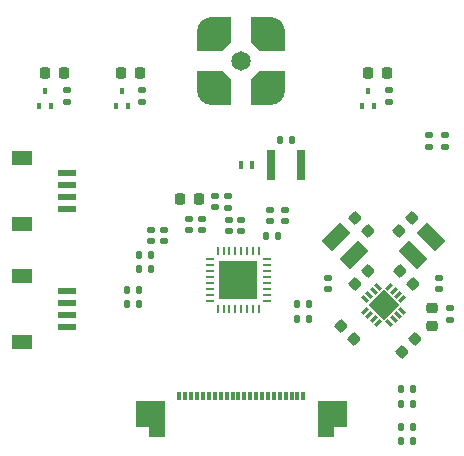
<source format=gbr>
%TF.GenerationSoftware,KiCad,Pcbnew,8.0.5*%
%TF.CreationDate,2025-03-05T13:38:36-05:00*%
%TF.ProjectId,minimax,6d696e69-6d61-4782-9e6b-696361645f70,rev?*%
%TF.SameCoordinates,Original*%
%TF.FileFunction,Paste,Top*%
%TF.FilePolarity,Positive*%
%FSLAX46Y46*%
G04 Gerber Fmt 4.6, Leading zero omitted, Abs format (unit mm)*
G04 Created by KiCad (PCBNEW 8.0.5) date 2025-03-05 13:38:36*
%MOMM*%
%LPD*%
G01*
G04 APERTURE LIST*
G04 Aperture macros list*
%AMRoundRect*
0 Rectangle with rounded corners*
0 $1 Rounding radius*
0 $2 $3 $4 $5 $6 $7 $8 $9 X,Y pos of 4 corners*
0 Add a 4 corners polygon primitive as box body*
4,1,4,$2,$3,$4,$5,$6,$7,$8,$9,$2,$3,0*
0 Add four circle primitives for the rounded corners*
1,1,$1+$1,$2,$3*
1,1,$1+$1,$4,$5*
1,1,$1+$1,$6,$7*
1,1,$1+$1,$8,$9*
0 Add four rect primitives between the rounded corners*
20,1,$1+$1,$2,$3,$4,$5,0*
20,1,$1+$1,$4,$5,$6,$7,0*
20,1,$1+$1,$6,$7,$8,$9,0*
20,1,$1+$1,$8,$9,$2,$3,0*%
%AMRotRect*
0 Rectangle, with rotation*
0 The origin of the aperture is its center*
0 $1 length*
0 $2 width*
0 $3 Rotation angle, in degrees counterclockwise*
0 Add horizontal line*
21,1,$1,$2,0,0,$3*%
%AMFreePoly0*
4,1,7,0.650000,-1.525000,-0.650000,-1.525000,-0.650011,-0.675000,-1.750011,-0.675000,-1.750011,1.525000,0.650000,1.525000,0.650000,-1.525000,0.650000,-1.525000,$1*%
%AMFreePoly1*
4,1,7,1.750011,-0.675000,0.650011,-0.675000,0.650000,-1.525000,-0.650000,-1.525000,-0.650000,1.525000,1.750011,1.525000,1.750011,-0.675000,1.750011,-0.675000,$1*%
%AMFreePoly2*
4,1,25,1.707678,1.177678,1.715000,1.160000,1.715000,-0.940000,1.707678,-0.957678,0.957678,-1.707678,0.940000,-1.715000,-1.160000,-1.715000,-1.177678,-1.707678,-1.185000,-1.690000,-1.185000,0.000000,-1.177678,0.017678,-1.156389,0.038966,-1.140249,0.213149,-1.081668,0.419040,-0.986252,0.610661,-0.857250,0.781487,-0.699056,0.925700,-0.517056,1.038389,-0.317449,1.115718,-0.107031,1.155052,
-0.040304,1.155052,-0.017678,1.177678,0.000000,1.185000,1.690000,1.185000,1.707678,1.177678,1.707678,1.177678,$1*%
%AMFreePoly3*
4,1,25,0.017678,1.177678,0.040304,1.155052,0.107031,1.155052,0.317449,1.115718,0.517056,1.038389,0.699056,0.925700,0.857250,0.781487,0.986252,0.610661,1.081668,0.419040,1.140249,0.213149,1.156389,0.038966,1.177678,0.017678,1.185000,0.000000,1.185000,-1.690000,1.177678,-1.707678,1.160000,-1.715000,-0.940000,-1.715000,-0.957678,-1.707678,-1.707678,-0.957678,-1.715000,-0.940000,
-1.715000,1.160000,-1.707678,1.177678,-1.690000,1.185000,0.000000,1.185000,0.017678,1.177678,0.017678,1.177678,$1*%
%AMFreePoly4*
4,1,25,1.177678,1.707678,1.185000,1.690000,1.185000,0.000000,1.177678,-0.017678,1.156389,-0.038966,1.140249,-0.213149,1.081668,-0.419040,0.986252,-0.610661,0.857250,-0.781487,0.699056,-0.925700,0.517056,-1.038389,0.317449,-1.115718,0.107031,-1.155052,0.040304,-1.155052,0.017678,-1.177678,0.000000,-1.185000,-1.690000,-1.185000,-1.707678,-1.177678,-1.715000,-1.160000,-1.715000,0.940000,
-1.707678,0.957678,-0.957678,1.707678,-0.940000,1.715000,1.160000,1.715000,1.177678,1.707678,1.177678,1.707678,$1*%
G04 Aperture macros list end*
%ADD10C,0.000000*%
%ADD11RoundRect,0.100000X-0.100000X0.155000X-0.100000X-0.155000X0.100000X-0.155000X0.100000X0.155000X0*%
%ADD12RoundRect,0.140000X0.170000X-0.140000X0.170000X0.140000X-0.170000X0.140000X-0.170000X-0.140000X0*%
%ADD13R,0.300000X0.800000*%
%ADD14FreePoly0,0.000000*%
%ADD15FreePoly1,0.000000*%
%ADD16RoundRect,0.225000X0.225000X0.250000X-0.225000X0.250000X-0.225000X-0.250000X0.225000X-0.250000X0*%
%ADD17RoundRect,0.135000X0.135000X0.185000X-0.135000X0.185000X-0.135000X-0.185000X0.135000X-0.185000X0*%
%ADD18RoundRect,0.225000X-0.017678X0.335876X-0.335876X0.017678X0.017678X-0.335876X0.335876X-0.017678X0*%
%ADD19RotRect,0.254000X0.711200X45.000000*%
%ADD20RotRect,0.254000X0.711200X315.000000*%
%ADD21RotRect,1.905000X1.905000X315.000000*%
%ADD22RoundRect,0.218750X-0.218750X-0.256250X0.218750X-0.256250X0.218750X0.256250X-0.218750X0.256250X0*%
%ADD23RoundRect,0.140000X-0.170000X0.140000X-0.170000X-0.140000X0.170000X-0.140000X0.170000X0.140000X0*%
%ADD24RoundRect,0.135000X0.185000X-0.135000X0.185000X0.135000X-0.185000X0.135000X-0.185000X-0.135000X0*%
%ADD25RoundRect,0.135000X-0.135000X-0.185000X0.135000X-0.185000X0.135000X0.185000X-0.135000X0.185000X0*%
%ADD26RoundRect,0.135000X-0.185000X0.135000X-0.185000X-0.135000X0.185000X-0.135000X0.185000X0.135000X0*%
%ADD27R,0.762000X0.254000*%
%ADD28R,0.254000X0.762000*%
%ADD29R,3.200400X3.200400*%
%ADD30RotRect,1.244600X2.209800X225.000000*%
%ADD31R,1.550000X0.600000*%
%ADD32R,1.800000X1.200000*%
%ADD33RoundRect,0.225000X-0.335876X-0.017678X-0.017678X-0.335876X0.335876X0.017678X0.017678X0.335876X0*%
%ADD34RoundRect,0.225000X0.017678X-0.335876X0.335876X-0.017678X-0.017678X0.335876X-0.335876X0.017678X0*%
%ADD35RoundRect,0.225000X0.335876X0.017678X0.017678X0.335876X-0.335876X-0.017678X-0.017678X-0.335876X0*%
%ADD36R,0.650000X2.650000*%
%ADD37RotRect,1.244600X2.209800X315.000000*%
%ADD38C,1.650000*%
%ADD39FreePoly2,180.000000*%
%ADD40FreePoly3,180.000000*%
%ADD41FreePoly4,90.000000*%
%ADD42FreePoly4,180.000000*%
%ADD43RoundRect,0.225000X-0.250000X0.225000X-0.250000X-0.225000X0.250000X-0.225000X0.250000X0.225000X0*%
%ADD44R,0.380000X0.660000*%
G04 APERTURE END LIST*
D10*
%TO.C,U1*%
G36*
X149638900Y-112450000D02*
G01*
X148238700Y-112450000D01*
X148238700Y-111049800D01*
X149638900Y-111049800D01*
X149638900Y-112450000D01*
G37*
G36*
X149638900Y-114050200D02*
G01*
X148238700Y-114050200D01*
X148238700Y-112650000D01*
X149638900Y-112650000D01*
X149638900Y-114050200D01*
G37*
G36*
X151239100Y-112450000D02*
G01*
X149838900Y-112450000D01*
X149838900Y-111049800D01*
X151239100Y-111049800D01*
X151239100Y-112450000D01*
G37*
G36*
X151239100Y-114050200D02*
G01*
X149838900Y-114050200D01*
X149838900Y-112650000D01*
X151239100Y-112650000D01*
X151239100Y-114050200D01*
G37*
%TD*%
D11*
%TO.C,Q3*%
X160200000Y-97845000D03*
X161200000Y-97845000D03*
X160700000Y-96555000D03*
%TD*%
D12*
%TO.C,C15*%
X166746447Y-113330000D03*
X166746447Y-112370000D03*
%TD*%
D13*
%TO.C,J1*%
X144750010Y-122350000D03*
X145250010Y-122350000D03*
X145750011Y-122350000D03*
X146250010Y-122350000D03*
X146750012Y-122350000D03*
X147250011Y-122350000D03*
X147750010Y-122350000D03*
X148250011Y-122350000D03*
X148750010Y-122350000D03*
X149250012Y-122350000D03*
X149750011Y-122350000D03*
X150250010Y-122350000D03*
X150750011Y-122350000D03*
X151250010Y-122350000D03*
X151750009Y-122350000D03*
X152250011Y-122350000D03*
X152750010Y-122350000D03*
X153250011Y-122350000D03*
X153750010Y-122350000D03*
X154250009Y-122350000D03*
X154750011Y-122350000D03*
X155250010Y-122350000D03*
D14*
X142850011Y-124275000D03*
D15*
X157149989Y-124275000D03*
%TD*%
D16*
%TO.C,C3*%
X146375000Y-105700000D03*
X144825000Y-105700000D03*
%TD*%
D12*
%TO.C,C1*%
X153700000Y-107530000D03*
X153700000Y-106570000D03*
%TD*%
D17*
%TO.C,R19*%
X155710000Y-114600000D03*
X154690000Y-114600000D03*
%TD*%
D18*
%TO.C,C19*%
X164671232Y-117551992D03*
X163575216Y-118648008D03*
%TD*%
D19*
%TO.C,U2*%
X161553029Y-113095920D03*
X161199474Y-113449474D03*
X160845921Y-113803027D03*
X160492367Y-114156582D03*
D20*
X160492367Y-115143418D03*
X160845921Y-115496973D03*
X161199474Y-115850526D03*
X161553029Y-116204080D03*
D19*
X162539865Y-116204080D03*
X162893420Y-115850526D03*
X163246973Y-115496973D03*
X163600527Y-115143418D03*
D20*
X163600527Y-114156582D03*
X163246973Y-113803027D03*
X162893420Y-113449474D03*
X162539865Y-113095920D03*
D21*
X162046447Y-114650000D03*
%TD*%
D22*
%TO.C,D1*%
X133412500Y-95000000D03*
X134987500Y-95000000D03*
%TD*%
D17*
%TO.C,R10*%
X164510000Y-121800000D03*
X163490000Y-121800000D03*
%TD*%
D23*
%TO.C,C13*%
X157346447Y-112370000D03*
X157346447Y-113330000D03*
%TD*%
D24*
%TO.C,R8*%
X141600000Y-97510000D03*
X141600000Y-96490000D03*
%TD*%
D12*
%TO.C,C10*%
X148938900Y-108430000D03*
X148938900Y-107470000D03*
%TD*%
%TO.C,C8*%
X143475000Y-109230000D03*
X143475000Y-108270000D03*
%TD*%
%TO.C,C6*%
X145600000Y-108330000D03*
X145600000Y-107370000D03*
%TD*%
%TO.C,C2*%
X152450000Y-107530000D03*
X152450000Y-106570000D03*
%TD*%
D25*
%TO.C,R6*%
X141290000Y-111600000D03*
X142310000Y-111600000D03*
%TD*%
D12*
%TO.C,C9*%
X149988900Y-108430000D03*
X149988900Y-107470000D03*
%TD*%
D26*
%TO.C,R1*%
X167200000Y-100290000D03*
X167200000Y-101310000D03*
%TD*%
D22*
%TO.C,D3*%
X160712500Y-95000000D03*
X162287500Y-95000000D03*
%TD*%
D27*
%TO.C,U1*%
X152164600Y-114299999D03*
X152164600Y-113800000D03*
X152164600Y-113300001D03*
X152164600Y-112800000D03*
X152164600Y-112300000D03*
X152164600Y-111799999D03*
X152164600Y-111300000D03*
X152164600Y-110800001D03*
D28*
X151488899Y-110124300D03*
X150988900Y-110124300D03*
X150488901Y-110124300D03*
X149988900Y-110124300D03*
X149488900Y-110124300D03*
X148988899Y-110124300D03*
X148488900Y-110124300D03*
X147988901Y-110124300D03*
D27*
X147313200Y-110800001D03*
X147313200Y-111300000D03*
X147313200Y-111799999D03*
X147313200Y-112300000D03*
X147313200Y-112800000D03*
X147313200Y-113300001D03*
X147313200Y-113800000D03*
X147313200Y-114299999D03*
D28*
X147988901Y-114975700D03*
X148488900Y-114975700D03*
X148988899Y-114975700D03*
X149488900Y-114975700D03*
X149988900Y-114975700D03*
X150488901Y-114975700D03*
X150988900Y-114975700D03*
X151488899Y-114975700D03*
D29*
X149738900Y-112550000D03*
%TD*%
D17*
%TO.C,R3*%
X141310000Y-114600000D03*
X140290000Y-114600000D03*
%TD*%
%TO.C,R2*%
X141310000Y-113400000D03*
X140290000Y-113400000D03*
%TD*%
D25*
%TO.C,R11*%
X163490000Y-126200000D03*
X164510000Y-126200000D03*
%TD*%
D11*
%TO.C,Q1*%
X132900000Y-97845000D03*
X133900000Y-97845000D03*
X133400000Y-96555000D03*
%TD*%
D30*
%TO.C,L4*%
X166059769Y-108886678D03*
X164533125Y-110413322D03*
%TD*%
D24*
%TO.C,R7*%
X135200000Y-97510000D03*
X135200000Y-96490000D03*
%TD*%
%TO.C,R16*%
X162500000Y-97510000D03*
X162500000Y-96490000D03*
%TD*%
D12*
%TO.C,C5*%
X146700000Y-108330000D03*
X146700000Y-107370000D03*
%TD*%
D18*
%TO.C,C16*%
X164444455Y-107301992D03*
X163348439Y-108398008D03*
%TD*%
D31*
%TO.C,J4*%
X135275000Y-113500000D03*
X135275000Y-114500000D03*
X135275000Y-115500000D03*
X135275000Y-116500000D03*
D32*
X131400000Y-112200000D03*
X131400000Y-117800000D03*
%TD*%
D24*
%TO.C,R14*%
X148900000Y-106410000D03*
X148900000Y-105390000D03*
%TD*%
D33*
%TO.C,C14*%
X159648439Y-107301992D03*
X160744455Y-108398008D03*
%TD*%
D26*
%TO.C,R15*%
X167623224Y-114940000D03*
X167623224Y-115960000D03*
%TD*%
D22*
%TO.C,D2*%
X139812500Y-95000000D03*
X141387500Y-95000000D03*
%TD*%
D25*
%TO.C,R18*%
X152090000Y-108825000D03*
X153110000Y-108825000D03*
%TD*%
D17*
%TO.C,R13*%
X154310000Y-100700000D03*
X153290000Y-100700000D03*
%TD*%
D34*
%TO.C,C11*%
X159598439Y-112898008D03*
X160694455Y-111801992D03*
%TD*%
D35*
%TO.C,C18*%
X159494455Y-117548008D03*
X158398439Y-116451992D03*
%TD*%
D26*
%TO.C,R5*%
X165900000Y-100290000D03*
X165900000Y-101310000D03*
%TD*%
D36*
%TO.C,L1*%
X155070000Y-102800000D03*
X152530000Y-102800000D03*
%TD*%
D37*
%TO.C,L3*%
X158033125Y-108886678D03*
X159559769Y-110413322D03*
%TD*%
D25*
%TO.C,R4*%
X141290000Y-110400000D03*
X142310000Y-110400000D03*
%TD*%
D11*
%TO.C,Q2*%
X139400000Y-97845000D03*
X140400000Y-97845000D03*
X139900000Y-96555000D03*
%TD*%
D38*
%TO.C,J2*%
X150000000Y-94000000D03*
D39*
X152540000Y-96540000D03*
D40*
X147460000Y-96540000D03*
D41*
X152550000Y-91450000D03*
D42*
X147460000Y-91460000D03*
%TD*%
D17*
%TO.C,R17*%
X155710000Y-115800000D03*
X154690000Y-115800000D03*
%TD*%
D12*
%TO.C,C7*%
X142375000Y-109230000D03*
X142375000Y-108270000D03*
%TD*%
D17*
%TO.C,R9*%
X164510000Y-125000000D03*
X163490000Y-125000000D03*
%TD*%
D43*
%TO.C,C17*%
X166173224Y-114925000D03*
X166173224Y-116475000D03*
%TD*%
D25*
%TO.C,R12*%
X163490000Y-123000000D03*
X164510000Y-123000000D03*
%TD*%
D35*
%TO.C,C12*%
X164494455Y-112898008D03*
X163398439Y-111801992D03*
%TD*%
D44*
%TO.C,L2*%
X150940000Y-102800000D03*
X149980000Y-102800000D03*
%TD*%
D31*
%TO.C,J3*%
X135275000Y-103500000D03*
X135275000Y-104500000D03*
X135275000Y-105500000D03*
X135275000Y-106500000D03*
D32*
X131400000Y-102200000D03*
X131400000Y-107800000D03*
%TD*%
D12*
%TO.C,C4*%
X147750000Y-106380000D03*
X147750000Y-105420000D03*
%TD*%
M02*

</source>
